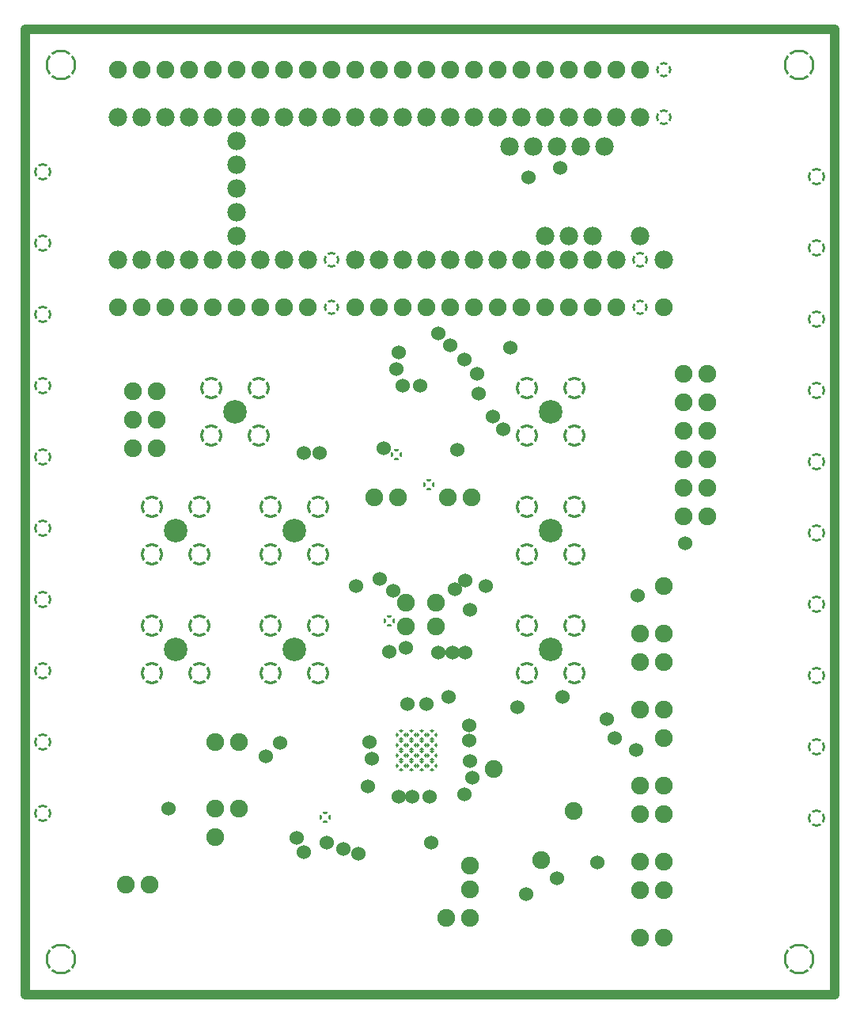
<source format=gbr>
%TF.GenerationSoftware,Altium Limited,Altium Designer,22.3.1 (43)*%
G04 Layer_Physical_Order=2*
G04 Layer_Color=32768*
%FSLAX26Y26*%
%MOIN*%
%TF.SameCoordinates,25215B7F-5601-44EC-B639-707B6E2D0B24*%
%TF.FilePolarity,Negative*%
%TF.FileFunction,Copper,L2,Inr,Plane*%
%TF.Part,Single*%
G01*
G75*
%TA.AperFunction,NonConductor*%
%ADD43C,0.040000*%
%TA.AperFunction,ComponentPad*%
%ADD44C,0.078000*%
G04:AMPARAMS|DCode=45|XSize=68mil|YSize=68mil|CornerRadius=0mil|HoleSize=0mil|Usage=FLASHONLY|Rotation=0.000|XOffset=0mil|YOffset=0mil|HoleType=Round|Shape=Relief|Width=10mil|Gap=10mil|Entries=4|*
%AMTHD45*
7,0,0,0.068000,0.048000,0.010000,45*
%
%ADD45THD45*%
G04:AMPARAMS|DCode=46|XSize=92.992mil|YSize=92.992mil|CornerRadius=0mil|HoleSize=0mil|Usage=FLASHONLY|Rotation=0.000|XOffset=0mil|YOffset=0mil|HoleType=Round|Shape=Relief|Width=10mil|Gap=10mil|Entries=4|*
%AMTHD46*
7,0,0,0.092992,0.072992,0.010000,45*
%
%ADD46THD46*%
%ADD47C,0.099055*%
%TA.AperFunction,ViaPad*%
%ADD48C,0.075433*%
%TA.AperFunction,ComponentPad*%
%ADD49C,0.075433*%
G04:AMPARAMS|DCode=50|XSize=130mil|YSize=130mil|CornerRadius=0mil|HoleSize=0mil|Usage=FLASHONLY|Rotation=0.000|XOffset=0mil|YOffset=0mil|HoleType=Round|Shape=Relief|Width=10mil|Gap=10mil|Entries=4|*
%AMTHD50*
7,0,0,0.130000,0.110000,0.010000,45*
%
%ADD50THD50*%
G04:AMPARAMS|DCode=51|XSize=65.433mil|YSize=65.433mil|CornerRadius=0mil|HoleSize=0mil|Usage=FLASHONLY|Rotation=0.000|XOffset=0mil|YOffset=0mil|HoleType=Round|Shape=Relief|Width=10mil|Gap=10mil|Entries=4|*
%AMTHD51*
7,0,0,0.065433,0.045433,0.010000,45*
%
%ADD51THD51*%
%TA.AperFunction,ViaPad*%
%ADD52C,0.060000*%
G04:AMPARAMS|DCode=53|XSize=50mil|YSize=50mil|CornerRadius=0mil|HoleSize=0mil|Usage=FLASHONLY|Rotation=0.000|XOffset=0mil|YOffset=0mil|HoleType=Round|Shape=Relief|Width=10mil|Gap=10mil|Entries=4|*
%AMTHD53*
7,0,0,0.050000,0.030000,0.010000,45*
%
%ADD53THD53*%
G04:AMPARAMS|DCode=54|XSize=75mil|YSize=75mil|CornerRadius=0mil|HoleSize=0mil|Usage=FLASHONLY|Rotation=0.000|XOffset=0mil|YOffset=0mil|HoleType=Round|Shape=Relief|Width=10mil|Gap=10mil|Entries=4|*
%AMTHD54*
7,0,0,0.075000,0.055000,0.010000,45*
%
%ADD54THD54*%
G04:AMPARAMS|DCode=55|XSize=45mil|YSize=45mil|CornerRadius=0mil|HoleSize=0mil|Usage=FLASHONLY|Rotation=0.000|XOffset=0mil|YOffset=0mil|HoleType=Round|Shape=Relief|Width=10mil|Gap=10mil|Entries=4|*
%AMTHD55*
7,0,0,0.045000,0.025000,0.010000,45*
%
%ADD55THD55*%
D43*
X0Y0D02*
Y4065000D01*
X3410000D01*
Y0D02*
Y4065000D01*
X0Y0D02*
X3410000D01*
D44*
X2040000Y3570000D02*
D03*
X2140000D02*
D03*
X2240000D02*
D03*
X2340000D02*
D03*
X2440000D02*
D03*
X2190000Y3195000D02*
D03*
X2290000D02*
D03*
X2390000D02*
D03*
X2590000D02*
D03*
X890000D02*
D03*
Y3495000D02*
D03*
Y3295000D02*
D03*
Y3395000D02*
D03*
Y3595000D02*
D03*
X1190000Y3095000D02*
D03*
X1090000D02*
D03*
X990000D02*
D03*
X890000D02*
D03*
X790000D02*
D03*
X690000D02*
D03*
X590000D02*
D03*
X490000D02*
D03*
X390000D02*
D03*
Y3695000D02*
D03*
X490000D02*
D03*
X590000D02*
D03*
X690000D02*
D03*
X790000D02*
D03*
X890000D02*
D03*
X990000D02*
D03*
X1090000D02*
D03*
X1190000D02*
D03*
X1290000D02*
D03*
X2690000Y3095000D02*
D03*
X2490000D02*
D03*
X2590000Y3695000D02*
D03*
X2390000Y3095000D02*
D03*
X2290000D02*
D03*
X2190000D02*
D03*
X2090000D02*
D03*
X1990000D02*
D03*
X1890000D02*
D03*
X1790000D02*
D03*
X1690000D02*
D03*
X1590000D02*
D03*
X1490000D02*
D03*
X1390000D02*
D03*
Y3695000D02*
D03*
X1490000D02*
D03*
X1590000D02*
D03*
X1690000D02*
D03*
X1790000D02*
D03*
X1890000D02*
D03*
X1990000D02*
D03*
X2090000D02*
D03*
X2190000D02*
D03*
X2290000D02*
D03*
X2390000D02*
D03*
X2490000D02*
D03*
D45*
X1290000Y3095000D02*
D03*
X2690000Y3695000D02*
D03*
X2590000Y3095000D02*
D03*
D46*
X2115000Y2355000D02*
D03*
X2315000D02*
D03*
Y2555000D02*
D03*
X2115000D02*
D03*
X785000Y2355000D02*
D03*
X985000D02*
D03*
Y2555000D02*
D03*
X785000D02*
D03*
X1035000Y1555000D02*
D03*
X1235000D02*
D03*
Y1355000D02*
D03*
X1035000D02*
D03*
Y1855000D02*
D03*
X1235000D02*
D03*
Y2055000D02*
D03*
X1035000D02*
D03*
X2115000Y1855000D02*
D03*
X2315000D02*
D03*
Y2055000D02*
D03*
X2115000D02*
D03*
X535000Y1555000D02*
D03*
X735000D02*
D03*
Y1355000D02*
D03*
X535000D02*
D03*
Y2055000D02*
D03*
X735000D02*
D03*
Y1855000D02*
D03*
X535000D02*
D03*
X2115000Y1555000D02*
D03*
X2315000D02*
D03*
Y1355000D02*
D03*
X2115000D02*
D03*
D47*
X2215000Y2455000D02*
D03*
X885000D02*
D03*
X1135000Y1455000D02*
D03*
Y1955000D02*
D03*
X2215000D02*
D03*
X635000Y1455000D02*
D03*
Y1955000D02*
D03*
X2215000Y1455000D02*
D03*
D48*
X2174737Y568660D02*
D03*
X2310000Y775000D02*
D03*
D49*
X1875000Y445000D02*
D03*
Y545000D02*
D03*
X1975000Y950000D02*
D03*
X2690000Y1080000D02*
D03*
X800000Y665000D02*
D03*
X2690000Y1720000D02*
D03*
X1780000Y2095000D02*
D03*
X1880000D02*
D03*
X1470000D02*
D03*
X1570000D02*
D03*
X2690000Y240000D02*
D03*
X2590000D02*
D03*
Y440000D02*
D03*
X2690000D02*
D03*
Y560000D02*
D03*
X2590000D02*
D03*
Y1400000D02*
D03*
X2690000D02*
D03*
Y1520000D02*
D03*
X2590000D02*
D03*
X2690000Y1200000D02*
D03*
X2590000D02*
D03*
X2690000Y880000D02*
D03*
X2590000D02*
D03*
Y760000D02*
D03*
X2690000D02*
D03*
X555000Y2540000D02*
D03*
X455000D02*
D03*
X555000Y2420000D02*
D03*
X455000D02*
D03*
X555000Y2300000D02*
D03*
X455000D02*
D03*
X1730000Y1550000D02*
D03*
Y1650000D02*
D03*
X1605000Y1550000D02*
D03*
Y1650000D02*
D03*
X2775000Y2255000D02*
D03*
X2875000D02*
D03*
X2775000Y2615000D02*
D03*
X2875000D02*
D03*
X2775000Y2495000D02*
D03*
X2875000D02*
D03*
X2775000Y2375000D02*
D03*
X2875000D02*
D03*
X2775000Y2015000D02*
D03*
X2875000D02*
D03*
X2775000Y2135000D02*
D03*
X2875000D02*
D03*
X390000Y3895000D02*
D03*
X490000D02*
D03*
X590000D02*
D03*
X690000D02*
D03*
X790000D02*
D03*
X890000D02*
D03*
X990000D02*
D03*
X1090000D02*
D03*
X1190000D02*
D03*
X1290000D02*
D03*
X1390000D02*
D03*
X1490000D02*
D03*
X1590000D02*
D03*
X1690000D02*
D03*
X1790000D02*
D03*
X1890000D02*
D03*
X1990000D02*
D03*
X2090000D02*
D03*
X2190000D02*
D03*
X2290000D02*
D03*
X2390000D02*
D03*
X2490000D02*
D03*
X2590000D02*
D03*
X2690000Y2895000D02*
D03*
X390000D02*
D03*
X490000D02*
D03*
X590000D02*
D03*
X690000D02*
D03*
X790000D02*
D03*
X890000D02*
D03*
X990000D02*
D03*
X1090000D02*
D03*
X1190000D02*
D03*
X1390000D02*
D03*
X1490000D02*
D03*
X1590000D02*
D03*
X1690000D02*
D03*
X1790000D02*
D03*
X1890000D02*
D03*
X1990000D02*
D03*
X2090000D02*
D03*
X2190000D02*
D03*
X2290000D02*
D03*
X2390000D02*
D03*
X2490000D02*
D03*
X425000Y465000D02*
D03*
X525000D02*
D03*
X800000Y1065000D02*
D03*
X900000D02*
D03*
X1875000Y325000D02*
D03*
X1775000D02*
D03*
X900000Y785000D02*
D03*
X800000D02*
D03*
D50*
X3260000Y3915000D02*
D03*
X150000D02*
D03*
X3260000Y150000D02*
D03*
X150000D02*
D03*
D51*
X2690000Y3895000D02*
D03*
X1290000Y2895000D02*
D03*
X2590000D02*
D03*
D52*
X2015000Y2380000D02*
D03*
X2045000Y2725000D02*
D03*
X1970000Y2435000D02*
D03*
X1820000Y2295000D02*
D03*
X1550000Y1700000D02*
D03*
X2265000Y1255000D02*
D03*
X1885000Y915000D02*
D03*
X1850000Y845000D02*
D03*
X2410000Y557000D02*
D03*
X2240000Y490000D02*
D03*
X2110000Y425000D02*
D03*
X605000Y785000D02*
D03*
X2575000Y1030000D02*
D03*
X2450000Y1160000D02*
D03*
X1870000Y1070000D02*
D03*
X1910000Y2530000D02*
D03*
X1665000Y2565000D02*
D03*
X1590386D02*
D03*
X1575000Y2705000D02*
D03*
X1790000Y2735000D02*
D03*
X1905000Y2615000D02*
D03*
X1850000Y2675000D02*
D03*
X1740000Y2785000D02*
D03*
X2780000Y1900000D02*
D03*
X2483000Y1080000D02*
D03*
X2580000Y1680543D02*
D03*
X1565000Y2635000D02*
D03*
X2255000Y3480000D02*
D03*
X2120000Y3440000D02*
D03*
X1855000Y1745000D02*
D03*
X1495174Y1749826D02*
D03*
X1940000Y1720000D02*
D03*
X1740000Y1440000D02*
D03*
X1800000D02*
D03*
X1855000D02*
D03*
X1811666Y1707425D02*
D03*
X1395000Y1720000D02*
D03*
X1605000Y1460000D02*
D03*
X1535000Y1445000D02*
D03*
X2075000Y1210000D02*
D03*
X1442620Y877380D02*
D03*
X1459690Y995310D02*
D03*
X1450000Y1065000D02*
D03*
X1075000Y1060000D02*
D03*
X1015000Y1005000D02*
D03*
X1710000Y640000D02*
D03*
X1575000Y835000D02*
D03*
X1705000D02*
D03*
X1630000D02*
D03*
X1875000Y985000D02*
D03*
X1870000Y1135000D02*
D03*
X1785000Y1255000D02*
D03*
X1145000Y660000D02*
D03*
X1175000Y600000D02*
D03*
X1340000Y615000D02*
D03*
X1405000Y595000D02*
D03*
X1270000Y640000D02*
D03*
X1175000Y2280000D02*
D03*
X1240000D02*
D03*
X1510000Y2300000D02*
D03*
X1875000Y1620000D02*
D03*
X1610000Y1225000D02*
D03*
X1690000D02*
D03*
D53*
X1535000Y1573436D02*
D03*
X1265000Y748436D02*
D03*
X1565000Y2275000D02*
D03*
X1701038Y2148952D02*
D03*
D54*
X3335000Y2845000D02*
D03*
Y1645000D02*
D03*
Y1345000D02*
D03*
Y1045000D02*
D03*
Y3145000D02*
D03*
Y2545000D02*
D03*
Y2245000D02*
D03*
Y1945000D02*
D03*
Y745000D02*
D03*
Y3445000D02*
D03*
X75000Y765000D02*
D03*
Y1065000D02*
D03*
Y1365000D02*
D03*
Y1665000D02*
D03*
Y1965000D02*
D03*
Y2265000D02*
D03*
Y2565000D02*
D03*
Y2865000D02*
D03*
Y3165000D02*
D03*
Y3465000D02*
D03*
D55*
X1585039Y965039D02*
D03*
Y1008346D02*
D03*
Y1051654D02*
D03*
Y1094961D02*
D03*
X1628347Y965039D02*
D03*
Y1008346D02*
D03*
Y1051654D02*
D03*
Y1094961D02*
D03*
X1671654Y965039D02*
D03*
Y1008346D02*
D03*
Y1051654D02*
D03*
Y1094961D02*
D03*
X1714961Y965039D02*
D03*
Y1008346D02*
D03*
Y1051654D02*
D03*
Y1094961D02*
D03*
%TF.MD5,835a9fda75f5ff5364f6f76396249874*%
M02*

</source>
